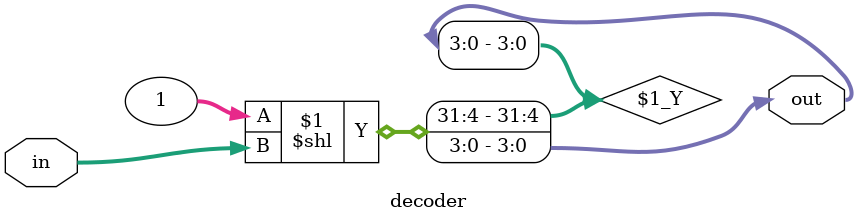
<source format=sv>
module decoder#(
    parameter n = 2
)(
    input logic [n-1:0]in,
    output logic [(1 << n) - 1: 0]out
);

    assign out = (1 << in);

endmodule : decoder

</source>
